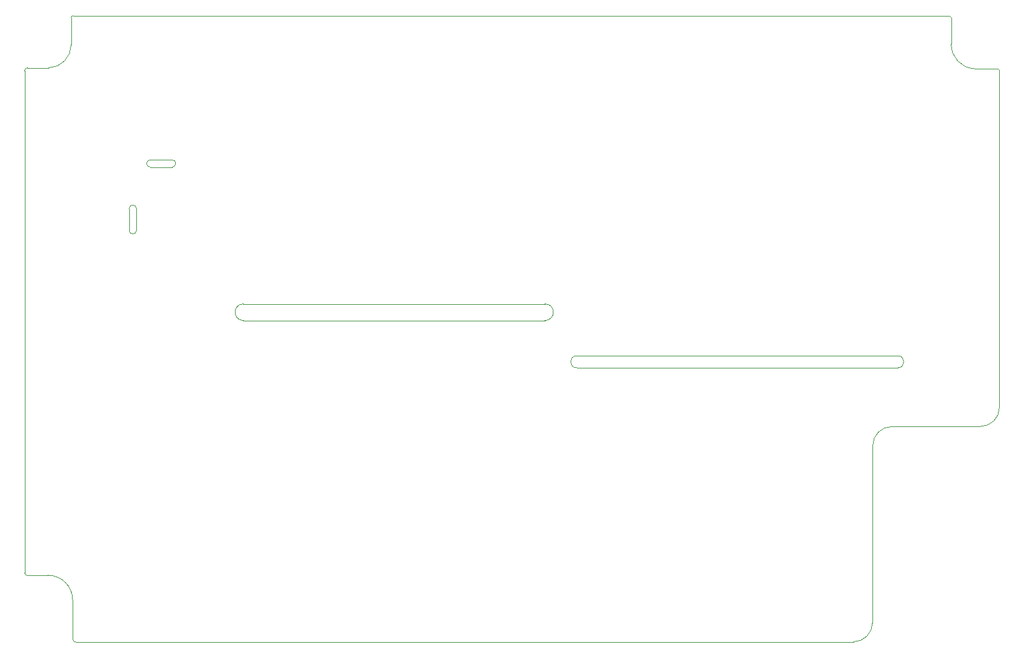
<source format=gbr>
%TF.GenerationSoftware,KiCad,Pcbnew,8.0.4*%
%TF.CreationDate,2024-08-24T15:41:42+02:00*%
%TF.ProjectId,hamodule,68616d6f-6475-46c6-952e-6b696361645f,20240821.23.8*%
%TF.SameCoordinates,Original*%
%TF.FileFunction,Profile,NP*%
%FSLAX46Y46*%
G04 Gerber Fmt 4.6, Leading zero omitted, Abs format (unit mm)*
G04 Created by KiCad (PCBNEW 8.0.4) date 2024-08-24 15:41:42*
%MOMM*%
%LPD*%
G01*
G04 APERTURE LIST*
%TA.AperFunction,Profile*%
%ADD10C,0.050000*%
%TD*%
G04 APERTURE END LIST*
D10*
X324000Y8868400D02*
G75*
G02*
X24000Y9168400I0J300000D01*
G01*
X6824000Y-31600D02*
G75*
G02*
X6424000Y368400I0J400000D01*
G01*
X3124000Y8868400D02*
X324000Y8868400D01*
X6422168Y5458461D02*
X6424000Y368400D01*
X3124000Y8868400D02*
G75*
G02*
X6422168Y5458461I0J-3300000D01*
G01*
X129424000Y76268400D02*
G75*
G02*
X129624000Y76068400I0J-200000D01*
G01*
X123024000Y83268400D02*
G75*
G02*
X123224000Y83068400I0J-200000D01*
G01*
X123223162Y79536503D02*
X123224000Y83068400D01*
X126324000Y76268400D02*
X129424000Y76268400D01*
X126324000Y76268400D02*
G75*
G02*
X123223162Y79536503I100000J3200000D01*
G01*
X6225612Y79468400D02*
G75*
G02*
X3224000Y76368400I-3101612J0D01*
G01*
X424000Y76385924D02*
X3224000Y76368400D01*
X6224000Y83068400D02*
G75*
G02*
X6465421Y83309821I241421J0D01*
G01*
X6225612Y79468400D02*
X6224000Y83068400D01*
X24001Y75968400D02*
G75*
G02*
X424000Y76385924I399999J17157D01*
G01*
X123024000Y83268400D02*
X6465421Y83309821D01*
X24000Y9168400D02*
X24000Y75968400D01*
X16738600Y63169800D02*
X19634200Y63169800D01*
X14897600Y54762400D02*
G75*
G02*
X13932400Y54762400I-482600J0D01*
G01*
X13932400Y57658000D02*
G75*
G02*
X14897600Y57658000I482600J0D01*
G01*
X29124000Y42768400D02*
G75*
G02*
X29124000Y44968400I0J1100000D01*
G01*
X116124000Y36468400D02*
X73424000Y36468400D01*
X73424000Y36468400D02*
G75*
G02*
X73424000Y38068400I0J800000D01*
G01*
X112787204Y26111200D02*
X112750600Y2542000D01*
X73424000Y38068400D02*
X116124000Y38068400D01*
X19634200Y64135000D02*
X16738600Y64135000D01*
X19634200Y64135000D02*
G75*
G02*
X19634200Y63169800I0J-482600D01*
G01*
X129639604Y31209253D02*
G75*
G02*
X127099604Y28669196I-2540004J-53D01*
G01*
X13932400Y57658000D02*
X13932400Y54762400D01*
X29124000Y44968400D02*
X69224000Y44968400D01*
X110210600Y2000D02*
X6824000Y-31600D01*
X69224000Y42768400D02*
X29124000Y42768400D01*
X116124000Y38068400D02*
G75*
G02*
X116124000Y36468400I0J-800000D01*
G01*
X69224000Y44968400D02*
G75*
G02*
X69224000Y42768400I0J-1100000D01*
G01*
X115327204Y28651200D02*
X127099604Y28669253D01*
X112787204Y26111200D02*
G75*
G02*
X115327204Y28651196I2539996J0D01*
G01*
X129624000Y76068400D02*
X129639604Y31209253D01*
X112750600Y2542000D02*
G75*
G02*
X110210600Y2000I-2540000J0D01*
G01*
X16738600Y63169800D02*
G75*
G02*
X16738600Y64135000I0J482600D01*
G01*
X14897600Y54762400D02*
X14897600Y57658000D01*
M02*

</source>
